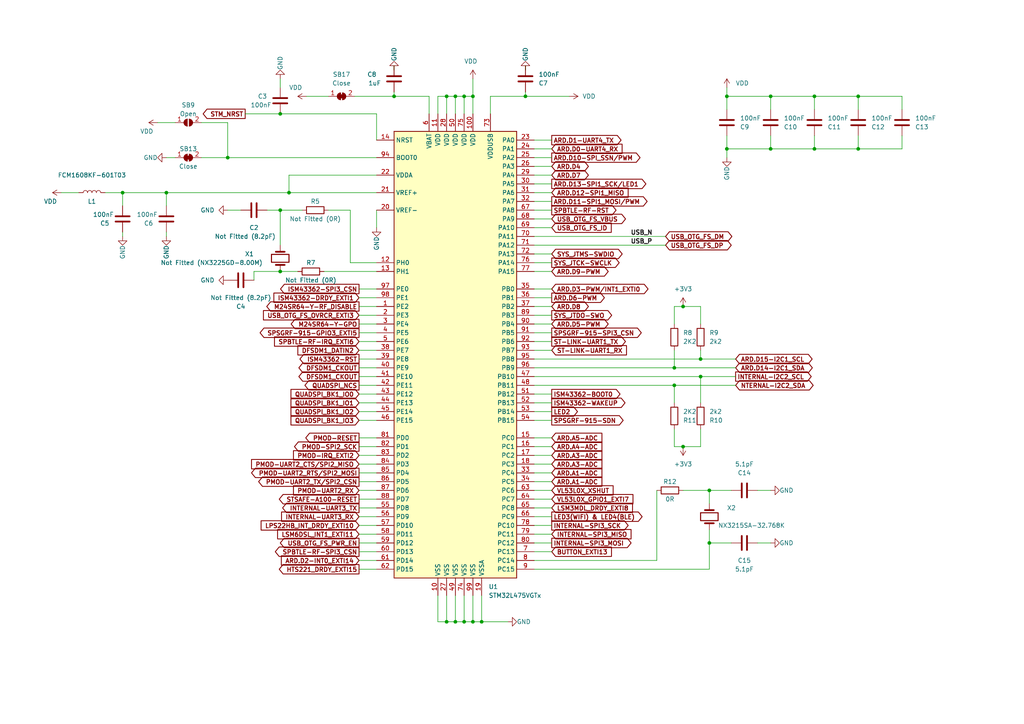
<source format=kicad_sch>
(kicad_sch (version 20211123) (generator eeschema)
  (paper "A4")
  (title_block (title "Microcontroller") (date "2023-01-22"))
  (lib_symbols
    (symbol "Device:C" (pin_numbers hide) (pin_names (offset 0.254))
      (property "Reference" "C" (at 0.635 2.54 0))
      (property "Value" "C" (at 0.635 -2.54 0))
      (symbol "C_0_1"
        (polyline (pts (xy -2.032 -0.762) (xy 2.032 -0.762)) (stroke (width 0.508)))
        (polyline (pts (xy -2.032 0.762) (xy 2.032 0.762)) (stroke (width 0.508)))
      )
      (symbol "C_1_1"
        (pin passive line (at 0 3.81 270) (length 2.794) (name "~") (number "1"))
        (pin passive line (at 0 -3.81 90) (length 2.794) (name "~") (number "2"))
      )
    )
    (symbol "Device:Crystal" (pin_numbers hide) (pin_names (offset 1.016) hide)
      (property "Reference" "Y" (at 0 3.81 0))
      (property "Value" "Crystal" (at 0 -3.81 0))
      (symbol "Crystal_0_1"
        (rectangle (start -1.143 2.54) (end 1.143 -2.54) (stroke (width 0.3048)))
        (polyline (pts (xy -2.54 0) (xy -1.905 0)))
        (polyline (pts (xy -1.905 -1.27) (xy -1.905 1.27)) (stroke (width 0.508)))
        (polyline (pts (xy 1.905 -1.27) (xy 1.905 1.27)) (stroke (width 0.508)))
        (polyline (pts (xy 2.54 0) (xy 1.905 0)))
      )
      (symbol "Crystal_1_1"
        (pin passive line (at -3.81 0 0) (length 1.27) (name "1") (number "1"))
        (pin passive line (at 3.81 0 180) (length 1.27) (name "2") (number "2"))
      )
    )
    (symbol "Device:L" (pin_numbers hide) (pin_names (offset 1.016) hide)
      (property "Reference" "L" (at -1.27 0 90))
      (property "Value" "L" (at 1.905 0 90))
      (symbol "L_0_1"
        (arc (start 0 -2.54) (mid 0.635 -1.905) (end 0 -1.27))
        (arc (start 0 -1.27) (mid 0.635 -0.635) (end 0 0))
        (arc (start 0 0) (mid 0.635 0.635) (end 0 1.27))
        (arc (start 0 1.27) (mid 0.635 1.905) (end 0 2.54))
      )
      (symbol "L_1_1"
        (pin passive line (at 0 3.81 270) (length 1.27) (name "1") (number "1"))
        (pin passive line (at 0 -3.81 90) (length 1.27) (name "2") (number "2"))
      )
    )
    (symbol "Device:R" (pin_numbers hide) (pin_names (offset 0))
      (property "Reference" "R" (at 2.032 0 90))
      (property "Value" "R" (at 0 0 90))
      (symbol "R_0_1"
        (rectangle (start -1.016 -2.54) (end 1.016 2.54) (stroke (width 0.254)))
      )
      (symbol "R_1_1"
        (pin passive line (at 0 3.81 270) (length 1.27) (name "~") (number "1"))
        (pin passive line (at 0 -3.81 90) (length 1.27) (name "~") (number "2"))
      )
    )
    (symbol "Jumper:SolderJumper_2_Bridged" (pin_names (offset 0) hide)
      (property "Reference" "JP" (at 0 2.032 0))
      (property "Value" "SolderJumper_2_Bridged" (at 0 -2.54 0))
      (symbol "SolderJumper_2_Bridged_0_1"
        (rectangle (start -0.508 0.508) (end 0.508 -0.508) (fill (type outline)))
        (arc (start -0.254 1.016) (mid -1.27 0) (end -0.254 -1.016))
        (arc (start -0.254 1.016) (mid -1.27 0) (end -0.254 -1.016) (fill (type outline)))
        (polyline (pts (xy -0.254 1.016) (xy -0.254 -1.016)))
        (polyline (pts (xy 0.254 1.016) (xy 0.254 -1.016)))
        (arc (start 0.254 -1.016) (mid 1.27 0) (end 0.254 1.016))
        (arc (start 0.254 -1.016) (mid 1.27 0) (end 0.254 1.016) (fill (type outline)))
      )
      (symbol "SolderJumper_2_Bridged_1_1"
        (pin passive line (at -3.81 0 0) (length 2.54) (name "A") (number "1"))
        (pin passive line (at 3.81 0 180) (length 2.54) (name "B") (number "2"))
      )
    )
    (symbol "Jumper:SolderJumper_2_Open" (pin_names (offset 0) hide)
      (property "Reference" "JP" (at 0 2.032 0))
      (property "Value" "SolderJumper_2_Open" (at 0 -2.54 0))
      (symbol "SolderJumper_2_Open_0_1"
        (arc (start -0.254 1.016) (mid -1.27 0) (end -0.254 -1.016))
        (arc (start -0.254 1.016) (mid -1.27 0) (end -0.254 -1.016) (fill (type outline)))
        (polyline (pts (xy -0.254 1.016) (xy -0.254 -1.016)))
        (polyline (pts (xy 0.254 1.016) (xy 0.254 -1.016)))
        (arc (start 0.254 -1.016) (mid 1.27 0) (end 0.254 1.016))
        (arc (start 0.254 -1.016) (mid 1.27 0) (end 0.254 1.016) (fill (type outline)))
      )
      (symbol "SolderJumper_2_Open_1_1"
        (pin passive line (at -3.81 0 0) (length 2.54) (name "A") (number "1"))
        (pin passive line (at 3.81 0 180) (length 2.54) (name "B") (number "2"))
      )
    )
    (symbol "MCU_ST_STM32L4:STM32L475VGTx"
      (property "Reference" "U1" (at 9.6394 -68.58 0))
      (property "Value" "STM32L475VGTx" (at 9.6394 -71.12 0))
      (symbol "STM32L475VGTx_0_1"
        (rectangle (start -17.78 -66.04) (end 17.78 63.5) (stroke (width 0.254)) (fill (type background)))
      )
      (symbol "STM32L475VGTx_1_1"
        (pin bidirectional line (at -22.86 12.7 0) (length 5.08) (name "PE2") (number "1"))
        (pin power_in line (at -5.08 -71.12 90) (length 5.08) (name "VSS") (number "10"))
        (pin power_in line (at 5.08 68.58 270) (length 5.08) (name "VDD") (number "100"))
        (pin power_in line (at -5.08 68.58 270) (length 5.08) (name "VDD") (number "11"))
        (pin input line (at -22.86 25.4 0) (length 5.08) (name "PH0") (number "12"))
        (pin input line (at -22.86 22.86 0) (length 5.08) (name "PH1") (number "13"))
        (pin input line (at -22.86 60.96 0) (length 5.08) (name "NRST") (number "14"))
        (pin bidirectional line (at 22.86 -25.4 180) (length 5.08) (name "PC0") (number "15"))
        (pin bidirectional line (at 22.86 -27.94 180) (length 5.08) (name "PC1") (number "16"))
        (pin bidirectional line (at 22.86 -30.48 180) (length 5.08) (name "PC2") (number "17"))
        (pin bidirectional line (at 22.86 -33.02 180) (length 5.08) (name "PC3") (number "18"))
        (pin power_in line (at 7.62 -71.12 90) (length 5.08) (name "VSSA") (number "19"))
        (pin bidirectional line (at -22.86 10.16 0) (length 5.08) (name "PE3") (number "2"))
        (pin power_in line (at -22.86 40.64 0) (length 5.08) (name "VREF-") (number "20"))
        (pin bidirectional line (at -22.86 45.72 0) (length 5.08) (name "VREF+") (number "21"))
        (pin power_in line (at -22.86 50.8 0) (length 5.08) (name "VDDA") (number "22"))
        (pin bidirectional line (at 22.86 60.96 180) (length 5.08) (name "PA0") (number "23"))
        (pin bidirectional line (at 22.86 58.42 180) (length 5.08) (name "PA1") (number "24"))
        (pin bidirectional line (at 22.86 55.88 180) (length 5.08) (name "PA2") (number "25"))
        (pin bidirectional line (at 22.86 53.34 180) (length 5.08) (name "PA3") (number "26"))
        (pin power_in line (at -2.54 -71.12 90) (length 5.08) (name "VSS") (number "27"))
        (pin power_in line (at -2.54 68.58 270) (length 5.08) (name "VDD") (number "28"))
        (pin bidirectional line (at 22.86 50.8 180) (length 5.08) (name "PA4") (number "29"))
        (pin bidirectional line (at -22.86 7.62 0) (length 5.08) (name "PE4") (number "3"))
        (pin bidirectional line (at 22.86 48.26 180) (length 5.08) (name "PA5") (number "30"))
        (pin bidirectional line (at 22.86 45.72 180) (length 5.08) (name "PA6") (number "31"))
        (pin bidirectional line (at 22.86 43.18 180) (length 5.08) (name "PA7") (number "32"))
        (pin bidirectional line (at 22.86 -35.56 180) (length 5.08) (name "PC4") (number "33"))
        (pin bidirectional line (at 22.86 -38.1 180) (length 5.08) (name "PC5") (number "34"))
        (pin bidirectional line (at 22.86 17.78 180) (length 5.08) (name "PB0") (number "35"))
        (pin bidirectional line (at 22.86 15.24 180) (length 5.08) (name "PB1") (number "36"))
        (pin bidirectional line (at 22.86 12.7 180) (length 5.08) (name "PB2") (number "37"))
        (pin bidirectional line (at -22.86 0 0) (length 5.08) (name "PE7") (number "38"))
        (pin bidirectional line (at -22.86 -2.54 0) (length 5.08) (name "PE8") (number "39"))
        (pin bidirectional line (at -22.86 5.08 0) (length 5.08) (name "PE5") (number "4"))
        (pin bidirectional line (at -22.86 -5.08 0) (length 5.08) (name "PE9") (number "40"))
        (pin bidirectional line (at -22.86 -7.62 0) (length 5.08) (name "PE10") (number "41"))
        (pin bidirectional line (at -22.86 -10.16 0) (length 5.08) (name "PE11") (number "42"))
        (pin bidirectional line (at -22.86 -12.7 0) (length 5.08) (name "PE12") (number "43"))
        (pin bidirectional line (at -22.86 -15.24 0) (length 5.08) (name "PE13") (number "44"))
        (pin bidirectional line (at -22.86 -17.78 0) (length 5.08) (name "PE14") (number "45"))
        (pin bidirectional line (at -22.86 -20.32 0) (length 5.08) (name "PE15") (number "46"))
        (pin bidirectional line (at 22.86 -7.62 180) (length 5.08) (name "PB10") (number "47"))
        (pin bidirectional line (at 22.86 -10.16 180) (length 5.08) (name "PB11") (number "48"))
        (pin power_in line (at 0 -71.12 90) (length 5.08) (name "VSS") (number "49"))
        (pin bidirectional line (at -22.86 2.54 0) (length 5.08) (name "PE6") (number "5"))
        (pin power_in line (at 0 68.58 270) (length 5.08) (name "VDD") (number "50"))
        (pin bidirectional line (at 22.86 -12.7 180) (length 5.08) (name "PB12") (number "51"))
        (pin bidirectional line (at 22.86 -15.24 180) (length 5.08) (name "PB13") (number "52"))
        (pin bidirectional line (at 22.86 -17.78 180) (length 5.08) (name "PB14") (number "53"))
        (pin bidirectional line (at 22.86 -20.32 180) (length 5.08) (name "PB15") (number "54"))
        (pin bidirectional line (at -22.86 -45.72 0) (length 5.08) (name "PD8") (number "55"))
        (pin bidirectional line (at -22.86 -48.26 0) (length 5.08) (name "PD9") (number "56"))
        (pin bidirectional line (at -22.86 -50.8 0) (length 5.08) (name "PD10") (number "57"))
        (pin bidirectional line (at -22.86 -53.34 0) (length 5.08) (name "PD11") (number "58"))
        (pin bidirectional line (at -22.86 -55.88 0) (length 5.08) (name "PD12") (number "59"))
        (pin power_in line (at -7.62 68.58 270) (length 5.08) (name "VBAT") (number "6"))
        (pin bidirectional line (at -22.86 -58.42 0) (length 5.08) (name "PD13") (number "60"))
        (pin bidirectional line (at -22.86 -60.96 0) (length 5.08) (name "PD14") (number "61"))
        (pin bidirectional line (at -22.86 -63.5 0) (length 5.08) (name "PD15") (number "62"))
        (pin bidirectional line (at 22.86 -40.64 180) (length 5.08) (name "PC6") (number "63"))
        (pin bidirectional line (at 22.86 -43.18 180) (length 5.08) (name "PC7") (number "64"))
        (pin bidirectional line (at 22.86 -45.72 180) (length 5.08) (name "PC8") (number "65"))
        (pin bidirectional line (at 22.86 -48.26 180) (length 5.08) (name "PC9") (number "66"))
        (pin bidirectional line (at 22.86 40.64 180) (length 5.08) (name "PA8") (number "67"))
        (pin bidirectional line (at 22.86 38.1 180) (length 5.08) (name "PA9") (number "68"))
        (pin bidirectional line (at 22.86 35.56 180) (length 5.08) (name "PA10") (number "69"))
        (pin bidirectional line (at 22.86 -58.42 180) (length 5.08) (name "PC13") (number "7"))
        (pin bidirectional line (at 22.86 33.02 180) (length 5.08) (name "PA11") (number "70"))
        (pin bidirectional line (at 22.86 30.48 180) (length 5.08) (name "PA12") (number "71"))
        (pin bidirectional line (at 22.86 27.94 180) (length 5.08) (name "PA13") (number "72"))
        (pin power_in line (at 10.16 68.58 270) (length 5.08) (name "VDDUSB") (number "73"))
        (pin power_in line (at 2.54 -71.12 90) (length 5.08) (name "VSS") (number "74"))
        (pin power_in line (at 2.54 68.58 270) (length 5.08) (name "VDD") (number "75"))
        (pin bidirectional line (at 22.86 25.4 180) (length 5.08) (name "PA14") (number "76"))
        (pin bidirectional line (at 22.86 22.86 180) (length 5.08) (name "PA15") (number "77"))
        (pin bidirectional line (at 22.86 -50.8 180) (length 5.08) (name "PC10") (number "78"))
        (pin bidirectional line (at 22.86 -53.34 180) (length 5.08) (name "PC11") (number "79"))
        (pin bidirectional line (at 22.86 -60.96 180) (length 5.08) (name "PC14") (number "8"))
        (pin bidirectional line (at 22.86 -55.88 180) (length 5.08) (name "PC12") (number "80"))
        (pin bidirectional line (at -22.86 -25.4 0) (length 5.08) (name "PD0") (number "81"))
        (pin bidirectional line (at -22.86 -27.94 0) (length 5.08) (name "PD1") (number "82"))
        (pin bidirectional line (at -22.86 -30.48 0) (length 5.08) (name "PD2") (number "83"))
        (pin bidirectional line (at -22.86 -33.02 0) (length 5.08) (name "PD3") (number "84"))
        (pin bidirectional line (at -22.86 -35.56 0) (length 5.08) (name "PD4") (number "85"))
        (pin bidirectional line (at -22.86 -38.1 0) (length 5.08) (name "PD5") (number "86"))
        (pin bidirectional line (at -22.86 -40.64 0) (length 5.08) (name "PD6") (number "87"))
        (pin bidirectional line (at -22.86 -43.18 0) (length 5.08) (name "PD7") (number "88"))
        (pin bidirectional line (at 22.86 10.16 180) (length 5.08) (name "PB3") (number "89"))
        (pin bidirectional line (at 22.86 -63.5 180) (length 5.08) (name "PC15") (number "9"))
        (pin bidirectional line (at 22.86 7.62 180) (length 5.08) (name "PB4") (number "90"))
        (pin bidirectional line (at 22.86 5.08 180) (length 5.08) (name "PB5") (number "91"))
        (pin bidirectional line (at 22.86 2.54 180) (length 5.08) (name "PB6") (number "92"))
        (pin bidirectional line (at 22.86 0 180) (length 5.08) (name "PB7") (number "93"))
        (pin input line (at -22.86 55.88 0) (length 5.08) (name "BOOT0") (number "94"))
        (pin bidirectional line (at 22.86 -2.54 180) (length 5.08) (name "PB8") (number "95"))
        (pin bidirectional line (at 22.86 -5.08 180) (length 5.08) (name "PB9") (number "96"))
        (pin bidirectional line (at -22.86 17.78 0) (length 5.08) (name "PE0") (number "97"))
        (pin bidirectional line (at -22.86 15.24 0) (length 5.08) (name "PE1") (number "98"))
        (pin power_in line (at 5.08 -71.12 90) (length 5.08) (name "VSS") (number "99"))
      )
    )
    (symbol "VDD_1" (power) (pin_numbers hide) (pin_names (offset 0) hide)
      (property "Value" "VDD_1" (at 2.54 1.2701 0))
      (symbol "VDD_1_0_1"
        (polyline (pts (xy -0.762 1.27) (xy 0 2.54)))
        (polyline (pts (xy 0 0) (xy 0 2.54)))
        (polyline (pts (xy 0 2.54) (xy 0.762 1.27)))
      )
      (symbol "VDD_1_1_1"
        (pin power_in line (at 0 0 90) (length 0) hide (name "VDD") (number "1"))
      )
    )
    (symbol "power:+3V3" (power) (pin_numbers hide) (pin_names (offset 0) hide)
      (property "Value" "+3V3" (at 0 3.556 0))
      (symbol "+3V3_0_1"
        (polyline (pts (xy -0.762 1.27) (xy 0 2.54)))
        (polyline (pts (xy 0 0) (xy 0 2.54)))
        (polyline (pts (xy 0 2.54) (xy 0.762 1.27)))
      )
      (symbol "+3V3_1_1"
        (pin power_in line (at 0 0 90) (length 0) hide (name "+3V3") (number "1"))
      )
    )
    (symbol "power:GND" (power) (pin_numbers hide) (pin_names (offset 0) hide)
      (property "Value" "GND" (at 0 -3.81 0))
      (symbol "GND_0_1"
        (polyline (pts (xy 0 0) (xy 0 -1.27) (xy 1.27 -1.27) (xy 0 -2.54) (xy -1.27 -1.27) (xy 0 -1.27)))
      )
      (symbol "GND_1_1"
        (pin power_in line (at 0 0 270) (length 0) hide (name "GND") (number "1"))
      )
    )
  )
  (junction (at 198.12 129.54))
  (junction (at 81.28 60.96))
  (junction (at 152.4 27.94))
  (junction (at 134.62 27.94))
  (junction (at 203.2 109.22))
  (junction (at 195.58 111.76))
  (junction (at 48.26 55.88))
  (junction (at 134.62 180.34))
  (junction (at 210.82 43.18))
  (junction (at 81.28 78.74))
  (junction (at 132.08 180.34))
  (junction (at 223.52 27.94))
  (junction (at 83.82 55.88))
  (junction (at 114.3 27.94))
  (junction (at 248.92 27.94))
  (junction (at 129.54 180.34))
  (junction (at 132.08 27.94))
  (junction (at 223.52 43.18))
  (junction (at 137.16 27.94))
  (junction (at 236.22 27.94))
  (junction (at 195.58 106.68))
  (junction (at 198.12 88.9))
  (junction (at 137.16 180.34))
  (junction (at 203.2 104.14))
  (junction (at 248.92 43.18))
  (junction (at 236.22 43.18))
  (junction (at 35.56 55.88))
  (junction (at 210.82 27.94))
  (junction (at 66.04 45.72))
  (junction (at 129.54 27.94))
  (junction (at 205.74 142.24))
  (junction (at 205.74 157.48))
  (junction (at 81.28 33.02))
  (junction (at 139.7 180.34))
  (wire (pts (xy 152.4 20.32) (xy 152.4 19.05)))
  (wire (pts (xy 223.52 43.18) (xy 236.22 43.18)))
  (wire (pts (xy 109.22 60.96) (xy 109.22 66.04)))
  (wire (pts (xy 160.02 114.3) (xy 154.94 114.3)))
  (wire (pts (xy 139.7 180.34) (xy 147.32 180.34)))
  (wire (pts (xy 104.14 127) (xy 109.22 127)))
  (wire (pts (xy 198.12 129.54) (xy 203.2 129.54)))
  (wire (pts (xy 137.16 172.72) (xy 137.16 180.34)))
  (wire (pts (xy 104.14 154.94) (xy 109.22 154.94)))
  (wire (pts (xy 236.22 43.18) (xy 248.92 43.18)))
  (wire (pts (xy 137.16 180.34) (xy 139.7 180.34)))
  (wire (pts (xy 160.02 66.04) (xy 154.94 66.04)))
  (wire (pts (xy 129.54 33.02) (xy 129.54 27.94)))
  (wire (pts (xy 210.82 39.37) (xy 210.82 43.18)))
  (wire (pts (xy 114.3 27.94) (xy 124.46 27.94)))
  (wire (pts (xy 58.42 35.56) (xy 66.04 35.56)))
  (wire (pts (xy 109.22 50.8) (xy 83.82 50.8)))
  (wire (pts (xy 236.22 27.94) (xy 236.22 31.75)))
  (wire (pts (xy 30.48 55.88) (xy 35.56 55.88)))
  (wire (pts (xy 193.04 68.58) (xy 154.94 68.58)))
  (wire (pts (xy 104.14 134.62) (xy 109.22 134.62)))
  (wire (pts (xy 160.02 48.26) (xy 154.94 48.26)))
  (wire (pts (xy 66.04 60.96) (xy 69.85 60.96)))
  (wire (pts (xy 160.02 55.88) (xy 154.94 55.88)))
  (wire (pts (xy 160.02 101.6) (xy 154.94 101.6)))
  (wire (pts (xy 152.4 27.94) (xy 165.1 27.94)))
  (wire (pts (xy 195.58 101.6) (xy 195.58 106.68)))
  (wire (pts (xy 205.74 157.48) (xy 205.74 165.1)))
  (wire (pts (xy 134.62 33.02) (xy 134.62 27.94)))
  (wire (pts (xy 142.24 27.94) (xy 152.4 27.94)))
  (wire (pts (xy 127 33.02) (xy 127 27.94)))
  (wire (pts (xy 195.58 111.76) (xy 213.36 111.76)))
  (wire (pts (xy 160.02 58.42) (xy 154.94 58.42)))
  (wire (pts (xy 104.14 129.54) (xy 109.22 129.54)))
  (wire (pts (xy 160.02 50.8) (xy 154.94 50.8)))
  (wire (pts (xy 35.56 55.88) (xy 48.26 55.88)))
  (wire (pts (xy 236.22 39.37) (xy 236.22 43.18)))
  (wire (pts (xy 114.3 19.05) (xy 114.3 20.32)))
  (wire (pts (xy 160.02 154.94) (xy 154.94 154.94)))
  (wire (pts (xy 160.02 160.02) (xy 154.94 160.02)))
  (wire (pts (xy 198.12 142.24) (xy 205.74 142.24)))
  (wire (pts (xy 152.4 26.67) (xy 152.4 27.94)))
  (wire (pts (xy 71.12 33.02) (xy 81.28 33.02)))
  (wire (pts (xy 104.14 121.92) (xy 109.22 121.92)))
  (wire (pts (xy 205.74 157.48) (xy 212.09 157.48)))
  (wire (pts (xy 160.02 53.34) (xy 154.94 53.34)))
  (wire (pts (xy 160.02 147.32) (xy 154.94 147.32)))
  (wire (pts (xy 134.62 27.94) (xy 137.16 27.94)))
  (wire (pts (xy 104.14 147.32) (xy 109.22 147.32)))
  (wire (pts (xy 160.02 132.08) (xy 154.94 132.08)))
  (wire (pts (xy 114.3 26.67) (xy 114.3 27.94)))
  (wire (pts (xy 81.28 60.96) (xy 87.63 60.96)))
  (wire (pts (xy 104.14 137.16) (xy 109.22 137.16)))
  (wire (pts (xy 160.02 99.06) (xy 154.94 99.06)))
  (wire (pts (xy 104.14 83.82) (xy 109.22 83.82)))
  (wire (pts (xy 104.14 165.1) (xy 109.22 165.1)))
  (wire (pts (xy 160.02 88.9) (xy 154.94 88.9)))
  (wire (pts (xy 195.58 129.54) (xy 198.12 129.54)))
  (wire (pts (xy 203.2 116.84) (xy 203.2 109.22)))
  (wire (pts (xy 104.14 160.02) (xy 109.22 160.02)))
  (wire (pts (xy 210.82 43.18) (xy 210.82 45.72)))
  (wire (pts (xy 198.12 88.9) (xy 203.2 88.9)))
  (wire (pts (xy 66.04 45.72) (xy 109.22 45.72)))
  (wire (pts (xy 137.16 27.94) (xy 137.16 22.86)))
  (wire (pts (xy 219.71 142.24) (xy 223.52 142.24)))
  (wire (pts (xy 104.14 109.22) (xy 109.22 109.22)))
  (wire (pts (xy 160.02 142.24) (xy 154.94 142.24)))
  (wire (pts (xy 223.52 27.94) (xy 223.52 31.75)))
  (wire (pts (xy 154.94 106.68) (xy 195.58 106.68)))
  (wire (pts (xy 160.02 149.86) (xy 154.94 149.86)))
  (wire (pts (xy 104.14 93.98) (xy 109.22 93.98)))
  (wire (pts (xy 203.2 129.54) (xy 203.2 124.46)))
  (wire (pts (xy 134.62 172.72) (xy 134.62 180.34)))
  (wire (pts (xy 223.52 39.37) (xy 223.52 43.18)))
  (wire (pts (xy 137.16 33.02) (xy 137.16 27.94)))
  (wire (pts (xy 77.47 60.96) (xy 81.28 60.96)))
  (wire (pts (xy 104.14 152.4) (xy 109.22 152.4)))
  (wire (pts (xy 261.62 39.37) (xy 261.62 43.18)))
  (wire (pts (xy 160.02 152.4) (xy 154.94 152.4)))
  (wire (pts (xy 160.02 73.66) (xy 154.94 73.66)))
  (wire (pts (xy 160.02 60.96) (xy 154.94 60.96)))
  (wire (pts (xy 160.02 86.36) (xy 154.94 86.36)))
  (wire (pts (xy 104.14 157.48) (xy 109.22 157.48)))
  (wire (pts (xy 160.02 116.84) (xy 154.94 116.84)))
  (wire (pts (xy 203.2 88.9) (xy 203.2 93.98)))
  (wire (pts (xy 81.28 71.12) (xy 81.28 60.96)))
  (wire (pts (xy 160.02 93.98) (xy 154.94 93.98)))
  (wire (pts (xy 124.46 27.94) (xy 124.46 33.02)))
  (wire (pts (xy 93.98 78.74) (xy 109.22 78.74)))
  (wire (pts (xy 160.02 63.5) (xy 154.94 63.5)))
  (wire (pts (xy 236.22 27.94) (xy 248.92 27.94)))
  (wire (pts (xy 48.26 67.31) (xy 48.26 68.58)))
  (wire (pts (xy 160.02 157.48) (xy 154.94 157.48)))
  (wire (pts (xy 205.74 153.67) (xy 205.74 157.48)))
  (wire (pts (xy 104.14 111.76) (xy 109.22 111.76)))
  (wire (pts (xy 101.6 76.2) (xy 101.6 60.96)))
  (wire (pts (xy 127 172.72) (xy 127 180.34)))
  (wire (pts (xy 203.2 101.6) (xy 203.2 104.14)))
  (wire (pts (xy 104.14 99.06) (xy 109.22 99.06)))
  (wire (pts (xy 104.14 101.6) (xy 109.22 101.6)))
  (wire (pts (xy 83.82 55.88) (xy 109.22 55.88)))
  (wire (pts (xy 58.42 45.72) (xy 66.04 45.72)))
  (wire (pts (xy 104.14 144.78) (xy 109.22 144.78)))
  (wire (pts (xy 109.22 33.02) (xy 109.22 40.64)))
  (wire (pts (xy 45.72 35.56) (xy 50.8 35.56)))
  (wire (pts (xy 139.7 172.72) (xy 139.7 180.34)))
  (wire (pts (xy 160.02 83.82) (xy 154.94 83.82)))
  (wire (pts (xy 223.52 27.94) (xy 236.22 27.94)))
  (wire (pts (xy 129.54 180.34) (xy 132.08 180.34)))
  (wire (pts (xy 193.04 71.12) (xy 154.94 71.12)))
  (wire (pts (xy 195.58 129.54) (xy 195.58 124.46)))
  (wire (pts (xy 154.94 111.76) (xy 195.58 111.76)))
  (wire (pts (xy 160.02 43.18) (xy 154.94 43.18)))
  (wire (pts (xy 160.02 119.38) (xy 154.94 119.38)))
  (wire (pts (xy 104.14 106.68) (xy 109.22 106.68)))
  (wire (pts (xy 48.26 59.69) (xy 48.26 55.88)))
  (wire (pts (xy 154.94 104.14) (xy 203.2 104.14)))
  (wire (pts (xy 160.02 76.2) (xy 154.94 76.2)))
  (wire (pts (xy 160.02 144.78) (xy 154.94 144.78)))
  (wire (pts (xy 132.08 180.34) (xy 134.62 180.34)))
  (wire (pts (xy 81.28 33.02) (xy 109.22 33.02)))
  (wire (pts (xy 104.14 116.84) (xy 109.22 116.84)))
  (wire (pts (xy 104.14 139.7) (xy 109.22 139.7)))
  (wire (pts (xy 132.08 27.94) (xy 134.62 27.94)))
  (wire (pts (xy 160.02 91.44) (xy 154.94 91.44)))
  (wire (pts (xy 104.14 88.9) (xy 109.22 88.9)))
  (wire (pts (xy 248.92 27.94) (xy 261.62 27.94)))
  (wire (pts (xy 160.02 139.7) (xy 154.94 139.7)))
  (wire (pts (xy 261.62 43.18) (xy 248.92 43.18)))
  (wire (pts (xy 160.02 96.52) (xy 154.94 96.52)))
  (wire (pts (xy 127 180.34) (xy 129.54 180.34)))
  (wire (pts (xy 102.87 27.94) (xy 114.3 27.94)))
  (wire (pts (xy 160.02 78.74) (xy 154.94 78.74)))
  (wire (pts (xy 129.54 172.72) (xy 129.54 180.34)))
  (wire (pts (xy 104.14 162.56) (xy 109.22 162.56)))
  (wire (pts (xy 109.22 76.2) (xy 101.6 76.2)))
  (wire (pts (xy 160.02 137.16) (xy 154.94 137.16)))
  (wire (pts (xy 104.14 96.52) (xy 109.22 96.52)))
  (wire (pts (xy 101.6 60.96) (xy 95.25 60.96)))
  (wire (pts (xy 104.14 104.14) (xy 109.22 104.14)))
  (wire (pts (xy 73.66 78.74) (xy 81.28 78.74)))
  (wire (pts (xy 35.56 67.31) (xy 35.56 68.58)))
  (wire (pts (xy 205.74 142.24) (xy 212.09 142.24)))
  (wire (pts (xy 195.58 88.9) (xy 198.12 88.9)))
  (wire (pts (xy 160.02 127) (xy 154.94 127)))
  (wire (pts (xy 210.82 27.94) (xy 210.82 31.75)))
  (wire (pts (xy 83.82 50.8) (xy 83.82 55.88)))
  (wire (pts (xy 219.71 157.48) (xy 223.52 157.48)))
  (wire (pts (xy 195.58 106.68) (xy 213.36 106.68)))
  (wire (pts (xy 73.66 78.74) (xy 73.66 81.28)))
  (wire (pts (xy 195.58 111.76) (xy 195.58 116.84)))
  (wire (pts (xy 35.56 59.69) (xy 35.56 55.88)))
  (wire (pts (xy 210.82 43.18) (xy 223.52 43.18)))
  (wire (pts (xy 160.02 40.64) (xy 154.94 40.64)))
  (wire (pts (xy 81.28 22.86) (xy 81.28 25.4)))
  (wire (pts (xy 104.14 142.24) (xy 109.22 142.24)))
  (wire (pts (xy 104.14 91.44) (xy 109.22 91.44)))
  (wire (pts (xy 129.54 27.94) (xy 132.08 27.94)))
  (wire (pts (xy 132.08 33.02) (xy 132.08 27.94)))
  (wire (pts (xy 48.26 45.72) (xy 50.8 45.72)))
  (wire (pts (xy 203.2 104.14) (xy 213.36 104.14)))
  (wire (pts (xy 104.14 149.86) (xy 109.22 149.86)))
  (wire (pts (xy 154.94 109.22) (xy 203.2 109.22)))
  (wire (pts (xy 154.94 162.56) (xy 190.5 162.56)))
  (wire (pts (xy 248.92 39.37) (xy 248.92 43.18)))
  (wire (pts (xy 195.58 88.9) (xy 195.58 93.98)))
  (wire (pts (xy 203.2 109.22) (xy 213.36 109.22)))
  (wire (pts (xy 210.82 25.4) (xy 210.82 27.94)))
  (wire (pts (xy 210.82 27.94) (xy 223.52 27.94)))
  (wire (pts (xy 17.78 55.88) (xy 22.86 55.88)))
  (wire (pts (xy 88.9 27.94) (xy 95.25 27.94)))
  (wire (pts (xy 104.14 86.36) (xy 109.22 86.36)))
  (wire (pts (xy 160.02 121.92) (xy 154.94 121.92)))
  (wire (pts (xy 66.04 35.56) (xy 66.04 45.72)))
  (wire (pts (xy 48.26 55.88) (xy 83.82 55.88)))
  (wire (pts (xy 261.62 27.94) (xy 261.62 31.75)))
  (wire (pts (xy 154.94 165.1) (xy 205.74 165.1)))
  (wire (pts (xy 127 27.94) (xy 129.54 27.94)))
  (wire (pts (xy 205.74 142.24) (xy 205.74 146.05)))
  (wire (pts (xy 104.14 132.08) (xy 109.22 132.08)))
  (wire (pts (xy 248.92 27.94) (xy 248.92 31.75)))
  (wire (pts (xy 160.02 134.62) (xy 154.94 134.62)))
  (wire (pts (xy 104.14 114.3) (xy 109.22 114.3)))
  (wire (pts (xy 160.02 129.54) (xy 154.94 129.54)))
  (wire (pts (xy 142.24 33.02) (xy 142.24 27.94)))
  (wire (pts (xy 160.02 45.72) (xy 154.94 45.72)))
  (wire (pts (xy 104.14 119.38) (xy 109.22 119.38)))
  (wire (pts (xy 134.62 180.34) (xy 137.16 180.34)))
  (wire (pts (xy 81.28 78.74) (xy 86.36 78.74)))
  (wire (pts (xy 132.08 172.72) (xy 132.08 180.34)))
  (wire (pts (xy 190.5 162.56) (xy 190.5 142.24)))
  (label "USB_P" (at 182.88 71.12 0) (effects (font (thickness 0.254) bold)))
  (label "USB_N" (at 182.88 68.58 0) (effects (font (thickness 0.254) bold)))
  (global_label "VL53L0X_XSHUT" (shape input) (at 160.02 142.24 0) (effects (font (thickness 0.254) bold)) (property "Intersheet References" "${INTERSHEET_REFS}" (effects hide)))
  (global_label "ARD.D15-I2C1_SCL" (shape bidirectional) (at 213.36 104.14 0) (effects (font (thickness 0.254) bold)) (property "Intersheet References" "${INTERSHEET_REFS}" (effects hide)))
  (global_label "PMOD-UART2_TX{slash}SPI2_CSN" (shape output) (at 104.14 139.7 180) (effects (font (thickness 0.254) bold)) (property "Intersheet References" "${INTERSHEET_REFS}" (effects hide)))
  (global_label "DFSDM1_CKOUT" (shape output) (at 104.14 106.68 180) (effects (font (thickness 0.254) bold)) (property "Intersheet References" "${INTERSHEET_REFS}" (effects hide)))
  (global_label "QUADSPI_BK1_IO3" (shape input) (at 104.14 121.92 180) (effects (font (thickness 0.254) bold)) (property "Intersheet References" "${INTERSHEET_REFS}" (effects hide)))
  (global_label "STSAFE-A100-RESET" (shape output) (at 104.14 144.78 180) (effects (font (thickness 0.254) bold)) (property "Intersheet References" "${INTERSHEET_REFS}" (effects hide)))
  (global_label "SPSGRF-915-SPI3_CSN" (shape output) (at 160.02 96.52 0) (effects (font (thickness 0.254) bold)) (property "Intersheet References" "${INTERSHEET_REFS}" (effects hide)))
  (global_label "SPBTLE-RF-RST" (shape output) (at 160.02 60.96 0) (effects (font (thickness 0.254) bold)) (property "Intersheet References" "${INTERSHEET_REFS}" (effects hide)))
  (global_label "PMOD-UART2_RTS{slash}SPI2_MOSI" (shape output) (at 104.14 137.16 180) (effects (font (thickness 0.254) bold)) (property "Intersheet References" "${INTERSHEET_REFS}" (effects hide)))
  (global_label "STM_NRST" (shape output) (at 71.12 33.02 180) (effects (font (thickness 0.254) bold)) (property "Intersheet References" "${INTERSHEET_REFS}" (effects hide)))
  (global_label "ARD.A1-ADC" (shape input) (at 160.02 139.7 0) (effects (font (thickness 0.254) bold)) (property "Intersheet References" "${INTERSHEET_REFS}" (effects hide)))
  (global_label "SPBTLE-RF-IRQ_EXTI6" (shape input) (at 104.14 99.06 180) (effects (font (thickness 0.254) bold)) (property "Intersheet References" "${INTERSHEET_REFS}" (effects hide)))
  (global_label "ARD.A4-ADC" (shape input) (at 160.02 129.54 0) (effects (font (thickness 0.254) bold)) (property "Intersheet References" "${INTERSHEET_REFS}" (effects hide)))
  (global_label "ST-LINK-UART1_TX" (shape output) (at 160.02 99.06 0) (effects (font (thickness 0.254) bold)) (property "Intersheet References" "${INTERSHEET_REFS}" (effects hide)))
  (global_label "LED3(WIFI) & LED4(BLE)" (shape output) (at 160.02 149.86 0) (effects (font (thickness 0.254) bold)) (property "Intersheet References" "${INTERSHEET_REFS}" (effects hide)))
  (global_label "PMOD-RESET" (shape output) (at 104.14 127 180) (effects (font (thickness 0.254) bold)) (property "Intersheet References" "${INTERSHEET_REFS}" (effects hide)))
  (global_label "SPSGRF-915-GPIO3_EXTI5" (shape output) (at 104.14 96.52 180) (effects (font (thickness 0.254) bold)) (property "Intersheet References" "${INTERSHEET_REFS}" (effects hide)))
  (global_label "PMOD-UART2_CTS{slash}SPI2_MISO" (shape input) (at 104.14 134.62 180) (effects (font (thickness 0.254) bold)) (property "Intersheet References" "${INTERSHEET_REFS}" (effects hide)))
  (global_label "ARD.D3-PWM{slash}INT1_EXTI0" (shape bidirectional) (at 160.02 83.82 0) (effects (font (thickness 0.254) bold)) (property "Intersheet References" "${INTERSHEET_REFS}" (effects hide)))
  (global_label "BUTTON_EXTI13" (shape input) (at 160.02 160.02 0) (effects (font (thickness 0.254) bold)) (property "Intersheet References" "${INTERSHEET_REFS}" (effects hide)))
  (global_label "ISM43362-SPI3_CSN" (shape output) (at 104.14 83.82 180) (effects (font (thickness 0.254) bold)) (property "Intersheet References" "${INTERSHEET_REFS}" (effects hide)))
  (global_label "INTERNAL-SPI3_SCK" (shape output) (at 160.02 152.4 0) (effects (font (thickness 0.254) bold)) (property "Intersheet References" "${INTERSHEET_REFS}" (effects hide)))
  (global_label "ARD.D0-UART4_RX" (shape input) (at 160.02 43.18 0) (effects (font (thickness 0.254) bold)) (property "Intersheet References" "${INTERSHEET_REFS}" (effects hide)))
  (global_label "NTERNAL-I2C2_SDA" (shape bidirectional) (at 213.36 111.76 0) (effects (font (thickness 0.254) bold)) (property "Intersheet References" "${INTERSHEET_REFS}" (effects hide)))
  (global_label "ARD.D7" (shape bidirectional) (at 160.02 50.8 0) (effects (font (thickness 0.254) bold)) (property "Intersheet References" "${INTERSHEET_REFS}" (effects hide)))
  (global_label "INTERNAL-I2C2_SCL" (shape output) (at 213.36 109.22 0) (effects (font (thickness 0.254) bold)) (property "Intersheet References" "${INTERSHEET_REFS}" (effects hide)))
  (global_label "ARD.D13-SPI1_SCK{slash}LED1" (shape output) (at 160.02 53.34 0) (effects (font (thickness 0.254) bold)) (property "Intersheet References" "${INTERSHEET_REFS}" (effects hide)))
  (global_label "QUADSPI_BK1_IO2" (shape input) (at 104.14 119.38 180) (effects (font (thickness 0.254) bold)) (property "Intersheet References" "${INTERSHEET_REFS}" (effects hide)))
  (global_label "LSM6DSL_INT1_EXTI11" (shape input) (at 104.14 154.94 180) (effects (font (thickness 0.254) bold)) (property "Intersheet References" "${INTERSHEET_REFS}" (effects hide)))
  (global_label "ARD.A5-ADC" (shape input) (at 160.02 127 0) (effects (font (thickness 0.254) bold)) (property "Intersheet References" "${INTERSHEET_REFS}" (effects hide)))
  (global_label "INTERNAL-UART3_RX" (shape input) (at 104.14 149.86 180) (effects (font (thickness 0.254) bold)) (property "Intersheet References" "${INTERSHEET_REFS}" (effects hide)))
  (global_label "USB_OTG_FS_OVRCR_EXTI3" (shape input) (at 104.14 91.44 180) (effects (font (thickness 0.254) bold)) (property "Intersheet References" "${INTERSHEET_REFS}" (effects hide)))
  (global_label "INTERNAL-SPI3_MISO" (shape input) (at 160.02 154.94 0) (effects (font (thickness 0.254) bold)) (property "Intersheet References" "${INTERSHEET_REFS}" (effects hide)))
  (global_label "HTS221_DRDY_EXTI15" (shape output) (at 104.14 165.1 180) (effects (font (thickness 0.254) bold)) (property "Intersheet References" "${INTERSHEET_REFS}" (effects hide)))
  (global_label "DFSDM1_CKOUT" (shape output) (at 104.14 109.22 180) (effects (font (thickness 0.254) bold)) (property "Intersheet References" "${INTERSHEET_REFS}" (effects hide)))
  (global_label "INTERNAL-SPI3_MOSI" (shape output) (at 160.02 157.48 0) (effects (font (thickness 0.254) bold)) (property "Intersheet References" "${INTERSHEET_REFS}" (effects hide)))
  (global_label "QUADSPI_BK1_IO1" (shape input) (at 104.14 116.84 180) (effects (font (thickness 0.254) bold)) (property "Intersheet References" "${INTERSHEET_REFS}" (effects hide)))
  (global_label "ARD.D2-INT0_EXTI14" (shape input) (at 104.14 162.56 180) (effects (font (thickness 0.254) bold)) (property "Intersheet References" "${INTERSHEET_REFS}" (effects hide)))
  (global_label "ARD.D10-SPI_SSN{slash}PWM" (shape output) (at 160.02 45.72 0) (effects (font (thickness 0.254) bold)) (property "Intersheet References" "${INTERSHEET_REFS}" (effects hide)))
  (global_label "USB_OTG_FS_ID" (shape input) (at 160.02 66.04 0) (effects (font (thickness 0.254) bold)) (property "Intersheet References" "${INTERSHEET_REFS}" (effects hide)))
  (global_label "ARD.D14-I2C1_SDA" (shape bidirectional) (at 213.36 106.68 0) (effects (font (thickness 0.254) bold)) (property "Intersheet References" "${INTERSHEET_REFS}" (effects hide)))
  (global_label "ISM43362-RST" (shape output) (at 104.14 104.14 180) (effects (font (thickness 0.254) bold)) (property "Intersheet References" "${INTERSHEET_REFS}" (effects hide)))
  (global_label "ARD.D8" (shape bidirectional) (at 160.02 88.9 0) (effects (font (thickness 0.254) bold)) (property "Intersheet References" "${INTERSHEET_REFS}" (effects hide)))
  (global_label "M24SR64-Y-RF_DISABLE" (shape output) (at 104.14 88.9 180) (effects (font (thickness 0.254) bold)) (property "Intersheet References" "${INTERSHEET_REFS}" (effects hide)))
  (global_label "ARD.D1-UART4_TX" (shape output) (at 160.02 40.64 0) (effects (font (thickness 0.254) bold)) (property "Intersheet References" "${INTERSHEET_REFS}" (effects hide)))
  (global_label "SPSGRF-915-SDN" (shape output) (at 160.02 121.92 0) (effects (font (thickness 0.254) bold)) (property "Intersheet References" "${INTERSHEET_REFS}" (effects hide)))
  (global_label "ARD.D11-SPI1_MOSI{slash}PWM" (shape output) (at 160.02 58.42 0) (effects (font (thickness 0.254) bold)) (property "Intersheet References" "${INTERSHEET_REFS}" (effects hide)))
  (global_label "ST-LINK-UART1_RX" (shape input) (at 160.02 101.6 0) (effects (font (thickness 0.254) bold)) (property "Intersheet References" "${INTERSHEET_REFS}" (effects hide)))
  (global_label "ISM43362-WAKEUP" (shape output) (at 160.02 116.84 0) (effects (font (thickness 0.254) bold)) (property "Intersheet References" "${INTERSHEET_REFS}" (effects hide)))
  (global_label "USB_OTG_FS_VBUS" (shape bidirectional) (at 160.02 63.5 0) (effects (font (thickness 0.254) bold)) (property "Intersheet References" "${INTERSHEET_REFS}" (effects hide)))
  (global_label "INTERNAL-UART3_TX" (shape output) (at 104.14 147.32 180) (effects (font (thickness 0.254) bold)) (property "Intersheet References" "${INTERSHEET_REFS}" (effects hide)))
  (global_label "LED2" (shape output) (at 160.02 119.38 0) (effects (font (thickness 0.254) bold)) (property "Intersheet References" "${INTERSHEET_REFS}" (effects hide)))
  (global_label "QUADSPI_BK1_IO0" (shape input) (at 104.14 114.3 180) (effects (font (thickness 0.254) bold)) (property "Intersheet References" "${INTERSHEET_REFS}" (effects hide)))
  (global_label "PMOD-UART2_RX" (shape input) (at 104.14 142.24 180) (effects (font (thickness 0.254) bold)) (property "Intersheet References" "${INTERSHEET_REFS}" (effects hide)))
  (global_label "LSM3MDL_DRDY_EXTI8" (shape input) (at 160.02 147.32 0) (effects (font (thickness 0.254) bold)) (property "Intersheet References" "${INTERSHEET_REFS}" (effects hide)))
  (global_label "ARD.D6-PWM" (shape output) (at 160.02 86.36 0) (effects (font (thickness 0.254) bold)) (property "Intersheet References" "${INTERSHEET_REFS}" (effects hide)))
  (global_label "USB_OTG_FS_DM" (shape bidirectional) (at 193.04 68.58 0) (effects (font (thickness 0.254) bold)) (property "Intersheet References" "${INTERSHEET_REFS}" (effects hide)))
  (global_label "USB_OTG_FS_PWR_EN" (shape output) (at 104.14 157.48 180) (effects (font (thickness 0.254) bold)) (property "Intersheet References" "${INTERSHEET_REFS}" (effects hide)))
  (global_label "ARD.A3-ADC" (shape input) (at 160.02 132.08 0) (effects (font (thickness 0.254) bold)) (property "Intersheet References" "${INTERSHEET_REFS}" (effects hide)))
  (global_label "VL53L0X_GPIO1_EXTI7" (shape input) (at 160.02 144.78 0) (effects (font (thickness 0.254) bold)) (property "Intersheet References" "${INTERSHEET_REFS}" (effects hide)))
  (global_label "ARD.D5-PWM" (shape bidirectional) (at 160.02 93.98 0) (effects (font (thickness 0.254) bold)) (property "Intersheet References" "${INTERSHEET_REFS}" (effects hide)))
  (global_label "ARD.D12-SPI1_MISO" (shape input) (at 160.02 55.88 0) (effects (font (thickness 0.254) bold)) (property "Intersheet References" "${INTERSHEET_REFS}" (effects hide)))
  (global_label "ISM43362-DRDY_EXTI1" (shape input) (at 104.14 86.36 180) (effects (font (thickness 0.254) bold)) (property "Intersheet References" "${INTERSHEET_REFS}" (effects hide)))
  (global_label "ARD.D4" (shape bidirectional) (at 160.02 48.26 0) (effects (font (thickness 0.254) bold)) (property "Intersheet References" "${INTERSHEET_REFS}" (effects hide)))
  (global_label "PMOD-SPI2_SCK" (shape output) (at 104.14 129.54 180) (effects (font (thickness 0.254) bold)) (property "Intersheet References" "${INTERSHEET_REFS}" (effects hide)))
  (global_label "SYS_JTCK-SWCLK" (shape output) (at 160.02 76.2 0) (effects (font (thickness 0.254) bold)) (property "Intersheet References" "${INTERSHEET_REFS}" (effects hide)))
  (global_label "PMOD-IRQ_EXTI2" (shape input) (at 104.14 132.08 180) (effects (font (thickness 0.254) bold)) (property "Intersheet References" "${INTERSHEET_REFS}" (effects hide)))
  (global_label "ARD.A1-ADC" (shape input) (at 160.02 137.16 0) (effects (font (thickness 0.254) bold)) (property "Intersheet References" "${INTERSHEET_REFS}" (effects hide)))
  (global_label "USB_OTG_FS_DP" (shape bidirectional) (at 193.04 71.12 0) (effects (font (thickness 0.254) bold)) (property "Intersheet References" "${INTERSHEET_REFS}" (effects hide)))
  (global_label "QUADSPI_NCS" (shape output) (at 104.14 111.76 180) (effects (font (thickness 0.254) bold)) (property "Intersheet References" "${INTERSHEET_REFS}" (effects hide)))
  (global_label "M24SR64-Y-GPO" (shape output) (at 104.14 93.98 180) (effects (font (thickness 0.254) bold)) (property "Intersheet References" "${INTERSHEET_REFS}" (effects hide)))
  (global_label "SPBTLE-RF-SPI3_CSN" (shape output) (at 104.14 160.02 180) (effects (font (thickness 0.254) bold)) (property "Intersheet References" "${INTERSHEET_REFS}" (effects hide)))
  (global_label "ISM43362-BOOT0" (shape output) (at 160.02 114.3 0) (effects (font (thickness 0.254) bold)) (property "Intersheet References" "${INTERSHEET_REFS}" (effects hide)))
  (global_label "SYS_JTMS-SWDIO" (shape bidirectional) (at 160.02 73.66 0) (effects (font (thickness 0.254) bold)) (property "Intersheet References" "${INTERSHEET_REFS}" (effects hide)))
  (global_label "ARD.A3-ADC" (shape input) (at 160.02 134.62 0) (effects (font (thickness 0.254) bold)) (property "Intersheet References" "${INTERSHEET_REFS}" (effects hide)))
  (global_label "DFSDM1_DATIN2" (shape input) (at 104.14 101.6 180) (effects (font (thickness 0.254) bold)) (property "Intersheet References" "${INTERSHEET_REFS}" (effects hide)))
  (global_label "SYS_JTDO-SWO" (shape output) (at 160.02 91.44 0) (effects (font (thickness 0.254) bold)) (property "Intersheet References" "${INTERSHEET_REFS}" (effects hide)))
  (global_label "LPS22HB_INT_DRDY_EXTI10" (shape input) (at 104.14 152.4 180) (effects (font (thickness 0.254) bold)) (property "Intersheet References" "${INTERSHEET_REFS}" (effects hide)))
  (global_label "ARD.D9-PWM" (shape bidirectional) (at 160.02 78.74 0) (effects (font (thickness 0.254) bold)) (property "Intersheet References" "${INTERSHEET_REFS}" (effects hide)))
  (symbol (lib_name "VDD_1") (lib_id "power:VDD") (at 17.78 55.88 90) (mirror x) (unit 1)
    (property "Reference" "#PWR?" (effects hide))
    (property "Value" "VDD_MCU" (at 12.7 58.42 90) (effects (justify right)))
  )
  (symbol (lib_id "power:GND") (at 66.04 81.28 270) (mirror x) (unit 1)
    (property "Reference" "#PWR?" (effects hide))
    (property "Value" "GND" (at 62.23 81.28 90) (effects (justify right)))
  )
  (symbol (lib_id "Jumper:SolderJumper_2_Bridged") (at 99.06 27.94 0) (unit 1)
    (property "Reference" "SB17" (at 99.06 21.59 0))
    (property "Value" "Close" (at 99.06 24.13 0))
    (property "Footprint" "Jumper:SolderJumper-2_P1.3mm_Bridged2Bar_Pad1.0x1.5mm" (effects hide))
  )
  (symbol (lib_id "power:GND") (at 147.32 180.34 90) (unit 1)
    (property "Reference" "#PWR?" (effects hide))
    (property "Value" "GND" (at 149.86 180.34 90) (effects (justify right)))
  )
  (symbol (lib_id "Device:C") (at 223.52 35.56 0) (mirror x) (unit 1)
    (property "Reference" "C10" (at 227.33 36.8301 0) (effects (justify left)))
    (property "Value" "100nF" (at 227.33 34.2901 0) (effects (justify left)))
    (property "Footprint" "Capacitor_SMD:C_0402_1005Metric" (effects hide))
    (property "Datasheet" "https://s3.amazonaws.com/snapeda/datasheet/C0402C222J3JACTU_KEMET.pdf" (effects hide))
  )
  (symbol (lib_id "Device:R") (at 195.58 97.79 0) (unit 1)
    (property "Reference" "R8" (at 198.12 96.5199 0) (effects (justify left)))
    (property "Value" "2K2" (at 198.12 99.0599 0) (effects (justify left)))
    (property "Footprint" "Resistor_SMD:R_0402_1005Metric" (effects hide))
    (property "Datasheet" "https://www.snapeda.com/parts/ERA-2HEC7321P/Panasonic/datasheet/" (effects hide))
  )
  (symbol (lib_id "Device:C") (at 81.28 29.21 0) (mirror x) (unit 1)
    (property "Reference" "C3" (at 77.47 27.9399 0) (effects (justify right)))
    (property "Value" "100nF" (at 78.74 30.48 0) (effects (justify right)))
    (property "Footprint" "Capacitor_SMD:C_0402_1005Metric" (effects hide))
    (property "Datasheet" "https://s3.amazonaws.com/snapeda/datasheet/C0402C222J3JACTU_KEMET.pdf" (effects hide))
  )
  (symbol (lib_id "Device:C") (at 248.92 35.56 0) (mirror x) (unit 1)
    (property "Reference" "C12" (at 252.73 36.8301 0) (effects (justify left)))
    (property "Value" "100nF" (at 252.73 34.2901 0) (effects (justify left)))
    (property "Footprint" "Capacitor_SMD:C_0402_1005Metric" (effects hide))
    (property "Datasheet" "https://s3.amazonaws.com/snapeda/datasheet/C0402C222J3JACTU_KEMET.pdf" (effects hide))
  )
  (symbol (lib_id "Device:C") (at 152.4 22.86 0) (mirror x) (unit 1)
    (property "Reference" "C7" (at 156.21 24.1301 0) (effects (justify left)))
    (property "Value" "100nF" (at 156.21 21.5901 0) (effects (justify left)))
    (property "Footprint" "Capacitor_SMD:C_0402_1005Metric" (effects hide))
    (property "Datasheet" "https://s3.amazonaws.com/snapeda/datasheet/C0402C222J3JACTU_KEMET.pdf" (effects hide))
  )
  (symbol (lib_id "Device:C") (at 114.3 22.86 0) (mirror x) (unit 1)
    (property "Reference" "C8" (at 109.22 21.59 0) (effects (justify right)))
    (property "Value" "1uF" (at 110.49 24.1299 0) (effects (justify right)))
    (property "Footprint" "Capacitor_SMD:C_0402_1005Metric" (effects hide))
    (property "Datasheet" "https://s3.amazonaws.com/snapeda/datasheet/C0402C222J3JACTU_KEMET.pdf" (effects hide))
  )
  (symbol (lib_id "power:GND") (at 223.52 142.24 90) (unit 1)
    (property "Reference" "#PWR?" (effects hide))
    (property "Value" "GND" (at 226.06 142.24 90) (effects (justify right)))
  )
  (symbol (lib_id "power:GND") (at 223.52 157.48 90) (unit 1)
    (property "Reference" "#PWR?" (effects hide))
    (property "Value" "GND" (at 226.06 157.48 90) (effects (justify right)))
  )
  (symbol (lib_id "power:GND") (at 114.3 20.32 0) (mirror x) (unit 1)
    (property "Reference" "#PWR?" (effects hide))
    (property "Value" "GND" (at 114.3 17.78 90) (effects (justify right)))
  )
  (symbol (lib_id "power:GND") (at 210.82 45.72 0) (unit 1)
    (property "Reference" "#PWR?" (effects hide))
    (property "Value" "GND" (at 210.82 48.26 90) (effects (justify right)))
  )
  (symbol (lib_id "Device:R") (at 91.44 60.96 270) (unit 1)
    (property "Reference" "R5" (at 91.44 58.42 90))
    (property "Value" "Not Fitted (0R)" (at 91.44 63.5 90))
    (property "Footprint" "Resistor_SMD:R_0402_1005Metric" (effects hide))
    (property "Datasheet" "https://www.snapeda.com/parts/ERA-2HEC7321P/Panasonic/datasheet/" (effects hide))
  )
  (symbol (lib_id "Device:R") (at 203.2 120.65 0) (mirror x) (unit 1)
    (property "Reference" "R10" (at 205.74 121.9201 0) (effects (justify left)))
    (property "Value" "2k2" (at 205.74 119.3801 0) (effects (justify left)))
    (property "Footprint" "Resistor_SMD:R_0402_1005Metric" (effects hide))
    (property "Datasheet" "https://www.snapeda.com/parts/ERA-2HEC7321P/Panasonic/datasheet/" (effects hide))
  )
  (symbol (lib_id "Device:C") (at 48.26 63.5 0) (unit 1)
    (property "Reference" "C6" (at 44.45 64.7701 0) (effects (justify right)))
    (property "Value" "100nF" (at 45.72 62.23 0) (effects (justify right)))
    (property "Footprint" "Capacitor_SMD:C_0402_1005Metric" (effects hide))
    (property "Datasheet" "https://s3.amazonaws.com/snapeda/datasheet/C0402C222J3JACTU_KEMET.pdf" (effects hide))
  )
  (symbol (lib_id "power:GND") (at 48.26 68.58 0) (unit 1)
    (property "Reference" "#PWR?" (effects hide))
    (property "Value" "GND" (at 48.26 71.12 90) (effects (justify right)))
  )
  (symbol (lib_id "Jumper:SolderJumper_2_Open") (at 54.61 35.56 0) (unit 1)
    (property "Reference" "SB9" (at 54.61 30.48 0))
    (property "Value" "Open" (at 54.61 33.02 0))
    (property "Footprint" "Jumper:SolderJumper-2_P1.3mm_Open_Pad1.0x1.5mm" (effects hide))
  )
  (symbol (lib_name "VDD_1") (lib_id "power:VDD") (at 210.82 25.4 0) (unit 1)
    (property "Reference" "#PWR?" (effects hide))
    (property "Value" "VDD_MCU" (at 213.36 24.1299 0) (effects (justify left)))
  )
  (symbol (lib_id "Device:C") (at 35.56 63.5 0) (unit 1)
    (property "Reference" "C5" (at 31.75 64.7701 0) (effects (justify right)))
    (property "Value" "100nF" (at 33.02 62.23 0) (effects (justify right)))
    (property "Footprint" "Capacitor_SMD:C_0402_1005Metric" (effects hide))
    (property "Datasheet" "https://s3.amazonaws.com/snapeda/datasheet/C0402C222J3JACTU_KEMET.pdf" (effects hide))
  )
  (symbol (lib_id "Device:C") (at 73.66 60.96 270) (mirror x) (unit 1)
    (property "Reference" "C2" (at 73.66 66.04 90))
    (property "Value" "Not Fitted (8.2pF)" (at 71.12 68.58 90))
    (property "Footprint" "Capacitor_SMD:C_0402_1005Metric" (effects hide))
    (property "Datasheet" "https://s3.amazonaws.com/snapeda/datasheet/C0402C222J3JACTU_KEMET.pdf" (effects hide))
  )
  (symbol (lib_id "Device:Crystal") (at 81.28 74.93 90) (mirror x) (unit 1)
    (property "Reference" "X1" (at 73.66 73.66 90) (effects (justify left)))
    (property "Value" "Not Fitted (NX3225GD-8.00M)" (at 76.2 76.2 90) (effects (justify left)))
  )
  (symbol (lib_id "MCU_ST_STM32L4:STM32L475VGTx") (at 132.08 101.6 0) (unit 1)
    (property "Reference" "U1" (at 141.7194 170.18 0) (effects (justify left)))
    (property "Value" "STM32L475VGTx" (at 141.7194 172.72 0) (effects (justify left)))
    (property "Footprint" "Package_QFP:LQFP-100_14x14mm_P0.5mm" (effects hide))
    (property "Datasheet" "http://www.st.com/st-web-ui/static/active/en/resource/technical/document/datasheet/DM00172872.pdf" (effects hide))
  )
  (symbol (lib_name "VDD_1") (lib_id "power:VDD") (at 137.16 22.86 0) (unit 1)
    (property "Reference" "#PWR?" (effects hide))
    (property "Value" "VDD_MCU" (at 134.62 17.78 0) (effects (justify left)))
  )
  (symbol (lib_id "power:+3V3") (at 198.12 129.54 0) (mirror x) (unit 1)
    (property "Reference" "#PWR?" (effects hide))
    (property "Value" "+3V3" (at 198.12 134.62 0))
  )
  (symbol (lib_id "power:GND") (at 109.22 66.04 0) (mirror y) (unit 1)
    (property "Reference" "#PWR?" (effects hide))
    (property "Value" "GND" (at 109.22 68.58 90) (effects (justify right)))
  )
  (symbol (lib_id "power:GND") (at 48.26 45.72 270) (mirror x) (unit 1)
    (property "Reference" "#PWR?" (effects hide))
    (property "Value" "GND" (at 45.72 45.72 90) (effects (justify right)))
  )
  (symbol (lib_id "Device:C") (at 236.22 35.56 0) (mirror x) (unit 1)
    (property "Reference" "C11" (at 240.03 36.8301 0) (effects (justify left)))
    (property "Value" "100nF" (at 240.03 34.2901 0) (effects (justify left)))
    (property "Footprint" "Capacitor_SMD:C_0402_1005Metric" (effects hide))
    (property "Datasheet" "https://s3.amazonaws.com/snapeda/datasheet/C0402C222J3JACTU_KEMET.pdf" (effects hide))
  )
  (symbol (lib_id "power:GND") (at 152.4 20.32 0) (mirror x) (unit 1)
    (property "Reference" "#PWR?" (effects hide))
    (property "Value" "GND" (at 152.4 17.78 90) (effects (justify right)))
  )
  (symbol (lib_id "Device:R") (at 195.58 120.65 0) (mirror x) (unit 1)
    (property "Reference" "R11" (at 198.12 121.9201 0) (effects (justify left)))
    (property "Value" "2K2" (at 198.12 119.3801 0) (effects (justify left)))
    (property "Footprint" "Resistor_SMD:R_0402_1005Metric" (effects hide))
    (property "Datasheet" "https://www.snapeda.com/parts/ERA-2HEC7321P/Panasonic/datasheet/" (effects hide))
  )
  (symbol (lib_id "Device:C") (at 210.82 35.56 0) (mirror x) (unit 1)
    (property "Reference" "C9" (at 214.63 36.8301 0) (effects (justify left)))
    (property "Value" "100nF" (at 214.63 34.2901 0) (effects (justify left)))
    (property "Footprint" "Capacitor_SMD:C_0402_1005Metric" (effects hide))
    (property "Datasheet" "https://s3.amazonaws.com/snapeda/datasheet/C0402C222J3JACTU_KEMET.pdf" (effects hide))
  )
  (symbol (lib_id "power:+3V3") (at 198.12 88.9 0) (unit 1)
    (property "Reference" "#PWR?" (effects hide))
    (property "Value" "+3V3" (at 198.12 83.82 0))
  )
  (symbol (lib_id "Device:Crystal") (at 205.74 149.86 270) (unit 1)
    (property "Reference" "X2" (at 210.82 147.32 90) (effects (justify left)))
    (property "Value" "NX3215SA-32.768K" (at 208.28 152.4 90) (effects (justify left)))
    (property "Footprint" "NX3215SA-32:XTAL_NX3215SA-32.768K-STD-MUA-8" (effects hide))
    (property "Datasheet" "https://s3.amazonaws.com/snapeda/datasheet/NX3215SA-32768K-STD-MUA-8_NDK_America-.pdf" (effects hide))
  )
  (symbol (lib_id "power:GND") (at 66.04 60.96 270) (mirror x) (unit 1)
    (property "Reference" "#PWR?" (effects hide))
    (property "Value" "GND" (at 62.23 60.96 90) (effects (justify right)))
  )
  (symbol (lib_id "Device:C") (at 215.9 142.24 90) (unit 1)
    (property "Reference" "C14" (at 215.9 137.16 90))
    (property "Value" "5.1pF" (at 215.9 134.62 90))
    (property "Footprint" "Capacitor_SMD:C_0402_1005Metric" (effects hide))
    (property "Datasheet" "https://s3.amazonaws.com/snapeda/datasheet/C0402C222J3JACTU_KEMET.pdf" (effects hide))
  )
  (symbol (lib_id "Jumper:SolderJumper_2_Bridged") (at 54.61 45.72 0) (unit 1)
    (property "Reference" "SB13" (at 54.61 43.18 0))
    (property "Value" "Close" (at 54.61 48.26 0))
    (property "Footprint" "Jumper:SolderJumper-2_P1.3mm_Bridged2Bar_Pad1.0x1.5mm" (effects hide))
  )
  (symbol (lib_id "Device:R") (at 194.31 142.24 90) (mirror x) (unit 1)
    (property "Reference" "R12" (at 194.31 139.7 90))
    (property "Value" "0R" (at 194.31 144.78 90))
    (property "Footprint" "Resistor_SMD:R_0402_1005Metric" (effects hide))
    (property "Datasheet" "https://www.snapeda.com/parts/ERA-2HEC7321P/Panasonic/datasheet/" (effects hide))
  )
  (symbol (lib_id "power:GND") (at 35.56 68.58 0) (unit 1)
    (property "Reference" "#PWR?" (effects hide))
    (property "Value" "GND" (at 35.56 71.12 90) (effects (justify right)))
  )
  (symbol (lib_id "Device:L") (at 26.67 55.88 90) (unit 1)
    (property "Reference" "L1" (at 26.67 58.42 90))
    (property "Value" "FCM1608KF-601T03" (at 26.67 50.8 90))
    (property "Footprint" "Inductor_SMD:L_0603_1608Metric" (effects hide))
    (property "Datasheet" "https://www.snapeda.com/parts/FCM1608KF-601T03/Tai%20Tech/datasheet/" (effects hide))
  )
  (symbol (lib_id "Device:R") (at 90.17 78.74 270) (unit 1)
    (property "Reference" "R7" (at 90.17 76.2 90))
    (property "Value" "Not Fitted (0R)" (at 90.17 81.28 90))
    (property "Footprint" "Resistor_SMD:R_0402_1005Metric" (effects hide))
    (property "Datasheet" "https://www.snapeda.com/parts/ERA-2HEC7321P/Panasonic/datasheet/" (effects hide))
  )
  (symbol (lib_name "VDD_1") (lib_id "power:VDD") (at 165.1 27.94 270) (unit 1)
    (property "Reference" "#PWR?" (effects hide))
    (property "Value" "VDD_MCU" (at 168.91 27.9399 90) (effects (justify left)))
  )
  (symbol (lib_id "power:GND") (at 81.28 22.86 0) (mirror x) (unit 1)
    (property "Reference" "#PWR?" (effects hide))
    (property "Value" "GND" (at 81.28 20.32 90) (effects (justify right)))
  )
  (symbol (lib_id "Device:C") (at 261.62 35.56 0) (mirror x) (unit 1)
    (property "Reference" "C13" (at 265.43 36.8301 0) (effects (justify left)))
    (property "Value" "100nF" (at 265.43 34.2901 0) (effects (justify left)))
    (property "Footprint" "Capacitor_SMD:C_0402_1005Metric" (effects hide))
    (property "Datasheet" "https://s3.amazonaws.com/snapeda/datasheet/C0402C222J3JACTU_KEMET.pdf" (effects hide))
  )
  (symbol (lib_id "Device:R") (at 203.2 97.79 0) (unit 1)
    (property "Reference" "R9" (at 205.74 96.5199 0) (effects (justify left)))
    (property "Value" "2k2" (at 205.74 99.0599 0) (effects (justify left)))
    (property "Footprint" "Resistor_SMD:R_0402_1005Metric" (effects hide))
    (property "Datasheet" "https://www.snapeda.com/parts/ERA-2HEC7321P/Panasonic/datasheet/" (effects hide))
  )
  (symbol (lib_id "Device:C") (at 215.9 157.48 90) (unit 1)
    (property "Reference" "C15" (at 215.9 162.56 90))
    (property "Value" "5.1pF" (at 215.9 165.1 90))
    (property "Footprint" "Capacitor_SMD:C_0402_1005Metric" (effects hide))
    (property "Datasheet" "https://s3.amazonaws.com/snapeda/datasheet/C0402C222J3JACTU_KEMET.pdf" (effects hide))
  )
  (symbol (lib_name "VDD_1") (lib_id "power:VDD") (at 88.9 27.94 90) (mirror x) (unit 1)
    (property "Reference" "#PWR?" (effects hide))
    (property "Value" "VDD_MCU" (at 83.82 25.4 90) (effects (justify right)))
  )
  (symbol (lib_name "VDD_1") (lib_id "power:VDD") (at 45.72 35.56 90) (mirror x) (unit 1)
    (property "Reference" "#PWR?" (effects hide))
    (property "Value" "VDD_MCU" (at 40.64 38.1 90) (effects (justify right)))
  )
  (symbol (lib_id "Device:C") (at 69.85 81.28 270) (mirror x) (unit 1)
    (property "Reference" "C4" (at 69.85 88.9 90))
    (property "Value" "Not Fitted (8.2pF)" (at 69.85 86.36 90))
    (property "Footprint" "Capacitor_SMD:C_0402_1005Metric" (effects hide))
    (property "Datasheet" "https://s3.amazonaws.com/snapeda/datasheet/C0402C222J3JACTU_KEMET.pdf" (effects hide))
  )
)
</source>
